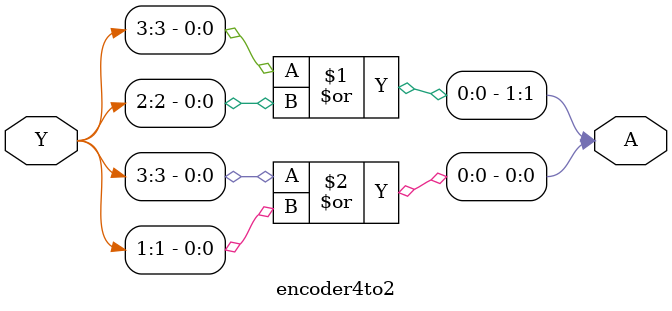
<source format=v>
module encoder4to2(
    input [3:0] Y,
    output [1:0] A
);

assign A[1] = Y[3] | Y[2];
assign A[0] = Y[3] | Y[1];

endmodule
</source>
